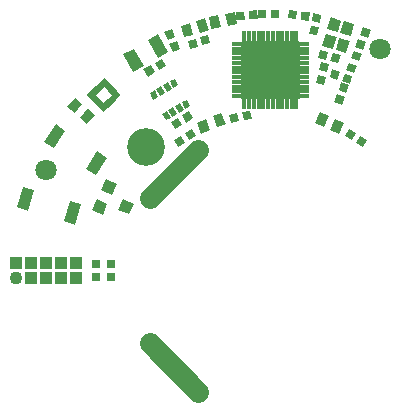
<source format=gts>
G04 #@! TF.FileFunction,Soldermask,Top*
%FSLAX46Y46*%
G04 Gerber Fmt 4.6, Leading zero omitted, Abs format (unit mm)*
G04 Created by KiCad (PCBNEW (2016-05-05 BZR 6775)-product) date 2016 June 06, Monday 00:12:01*
%MOMM*%
%LPD*%
G01*
G04 APERTURE LIST*
%ADD10C,0.020000*%
%ADD11C,3.200000*%
%ADD12R,0.700000X0.700000*%
%ADD13C,1.100000*%
%ADD14R,1.000000X1.000000*%
%ADD15C,1.800000*%
%ADD16R,1.680000X1.680000*%
%ADD17R,0.840000X0.410000*%
%ADD18R,0.410000X0.840000*%
%ADD19C,1.800000*%
%ADD20C,0.200000*%
G04 APERTURE END LIST*
D10*
D11*
X66750000Y-52250000D03*
D10*
G36*
X83554573Y-51303360D02*
X83935820Y-50716291D01*
X84522889Y-51097538D01*
X84141642Y-51684607D01*
X83554573Y-51303360D01*
X83554573Y-51303360D01*
G37*
G36*
X84477111Y-51902462D02*
X84858358Y-51315393D01*
X85445427Y-51696640D01*
X85064180Y-52283709D01*
X84477111Y-51902462D01*
X84477111Y-51902462D01*
G37*
G36*
X70577771Y-50726255D02*
X70948715Y-51319889D01*
X70355081Y-51690833D01*
X69984137Y-51097199D01*
X70577771Y-50726255D01*
X70577771Y-50726255D01*
G37*
G36*
X69644919Y-51309167D02*
X70015863Y-51902801D01*
X69422229Y-52273745D01*
X69051285Y-51680111D01*
X69644919Y-51309167D01*
X69644919Y-51309167D01*
G37*
G36*
X82264570Y-46331074D02*
X82503984Y-45673290D01*
X83161768Y-45912704D01*
X82922354Y-46570488D01*
X82264570Y-46331074D01*
X82264570Y-46331074D01*
G37*
G36*
X83298232Y-46707296D02*
X83537646Y-46049512D01*
X84195430Y-46288926D01*
X83956016Y-46946710D01*
X83298232Y-46707296D01*
X83298232Y-46707296D01*
G37*
G36*
X72255615Y-42270703D02*
X72064806Y-41289076D01*
X72850107Y-41136429D01*
X73040916Y-42118056D01*
X72255615Y-42270703D01*
X72255615Y-42270703D01*
G37*
G36*
X73629893Y-42003571D02*
X73439084Y-41021944D01*
X74224385Y-40869297D01*
X74415194Y-41850924D01*
X73629893Y-42003571D01*
X73629893Y-42003571D01*
G37*
G36*
X74373929Y-41557109D02*
X74312920Y-40859772D01*
X75010257Y-40798763D01*
X75071266Y-41496100D01*
X74373929Y-41557109D01*
X74373929Y-41557109D01*
G37*
G36*
X75469743Y-41461237D02*
X75408734Y-40763900D01*
X76106071Y-40702891D01*
X76167080Y-41400228D01*
X75469743Y-41461237D01*
X75469743Y-41461237D01*
G37*
G36*
X83265778Y-46784349D02*
X83919284Y-47035207D01*
X83668426Y-47688713D01*
X83014920Y-47437855D01*
X83265778Y-46784349D01*
X83265778Y-46784349D01*
G37*
G36*
X82871574Y-47811287D02*
X83525080Y-48062145D01*
X83274222Y-48715651D01*
X82620716Y-48464793D01*
X82871574Y-47811287D01*
X82871574Y-47811287D01*
G37*
G36*
X62384043Y-49524044D02*
X61741255Y-50290088D01*
X61128419Y-49775858D01*
X61771207Y-49009814D01*
X62384043Y-49524044D01*
X62384043Y-49524044D01*
G37*
G36*
X61311581Y-48624142D02*
X60668793Y-49390186D01*
X60055957Y-48875956D01*
X60698745Y-48109912D01*
X61311581Y-48624142D01*
X61311581Y-48624142D01*
G37*
G36*
X80859873Y-40931288D02*
X81548152Y-41058853D01*
X81420587Y-41747132D01*
X80732308Y-41619567D01*
X80859873Y-40931288D01*
X80859873Y-40931288D01*
G37*
G36*
X80659413Y-42012868D02*
X81347692Y-42140433D01*
X81220127Y-42828712D01*
X80531848Y-42701147D01*
X80659413Y-42012868D01*
X80659413Y-42012868D01*
G37*
G36*
X85094205Y-42094348D02*
X85745498Y-42350899D01*
X85488947Y-43002192D01*
X84837654Y-42745641D01*
X85094205Y-42094348D01*
X85094205Y-42094348D01*
G37*
G36*
X84691053Y-43117808D02*
X85342346Y-43374359D01*
X85085795Y-44025652D01*
X84434502Y-43769101D01*
X84691053Y-43117808D01*
X84691053Y-43117808D01*
G37*
G36*
X83189920Y-44494863D02*
X83008746Y-45171011D01*
X82332598Y-44989837D01*
X82513772Y-44313689D01*
X83189920Y-44494863D01*
X83189920Y-44494863D01*
G37*
G36*
X82127402Y-44210163D02*
X81946228Y-44886311D01*
X81270080Y-44705137D01*
X81451254Y-44028989D01*
X82127402Y-44210163D01*
X82127402Y-44210163D01*
G37*
G36*
X84314205Y-44114348D02*
X84965498Y-44370899D01*
X84708947Y-45022192D01*
X84057654Y-44765641D01*
X84314205Y-44114348D01*
X84314205Y-44114348D01*
G37*
G36*
X83911053Y-45137808D02*
X84562346Y-45394359D01*
X84305795Y-46045652D01*
X83654502Y-45789101D01*
X83911053Y-45137808D01*
X83911053Y-45137808D01*
G37*
G36*
X70441655Y-43967841D02*
X70236995Y-43298427D01*
X70906409Y-43093767D01*
X71111069Y-43763181D01*
X70441655Y-43967841D01*
X70441655Y-43967841D01*
G37*
G36*
X71493591Y-43646233D02*
X71288931Y-42976819D01*
X71958345Y-42772159D01*
X72163005Y-43441573D01*
X71493591Y-43646233D01*
X71493591Y-43646233D01*
G37*
G36*
X69934251Y-42989761D02*
X69641879Y-42033456D01*
X70406923Y-41799559D01*
X70699295Y-42755864D01*
X69934251Y-42989761D01*
X69934251Y-42989761D01*
G37*
G36*
X71273077Y-42580441D02*
X70980705Y-41624136D01*
X71745749Y-41390239D01*
X72038121Y-42346544D01*
X71273077Y-42580441D01*
X71273077Y-42580441D01*
G37*
G36*
X78708345Y-41384007D02*
X78781515Y-40687841D01*
X79477681Y-40761011D01*
X79404511Y-41457177D01*
X78708345Y-41384007D01*
X78708345Y-41384007D01*
G37*
G36*
X79802319Y-41498989D02*
X79875489Y-40802823D01*
X80571655Y-40875993D01*
X80498485Y-41572159D01*
X79802319Y-41498989D01*
X79802319Y-41498989D01*
G37*
G36*
X73922436Y-50239472D02*
X73776898Y-49554768D01*
X74461602Y-49409230D01*
X74607140Y-50093934D01*
X73922436Y-50239472D01*
X73922436Y-50239472D01*
G37*
G36*
X74998398Y-50010770D02*
X74852860Y-49326066D01*
X75537564Y-49180528D01*
X75683102Y-49865232D01*
X74998398Y-50010770D01*
X74998398Y-50010770D01*
G37*
D12*
X63750000Y-63300000D03*
X63750000Y-62200000D03*
X62500000Y-62200000D03*
X62500000Y-63300000D03*
D10*
G36*
X66845577Y-46303109D02*
X66495577Y-45696891D01*
X67101795Y-45346891D01*
X67451795Y-45953109D01*
X66845577Y-46303109D01*
X66845577Y-46303109D01*
G37*
G36*
X67798205Y-45753109D02*
X67448205Y-45146891D01*
X68054423Y-44796891D01*
X68404423Y-45403109D01*
X67798205Y-45753109D01*
X67798205Y-45753109D01*
G37*
G36*
X68266165Y-42568301D02*
X68910519Y-42294789D01*
X69184031Y-42939143D01*
X68539677Y-43212655D01*
X68266165Y-42568301D01*
X68266165Y-42568301D01*
G37*
G36*
X68695969Y-43580857D02*
X69340323Y-43307345D01*
X69613835Y-43951699D01*
X68969481Y-44225211D01*
X68695969Y-43580857D01*
X68695969Y-43580857D01*
G37*
G36*
X76206246Y-41385654D02*
X76194029Y-40685761D01*
X76893922Y-40673544D01*
X76906139Y-41373437D01*
X76206246Y-41385654D01*
X76206246Y-41385654D01*
G37*
G36*
X77306078Y-41366456D02*
X77293861Y-40666563D01*
X77993754Y-40654346D01*
X78005971Y-41354239D01*
X77306078Y-41366456D01*
X77306078Y-41366456D01*
G37*
G36*
X69145577Y-50753109D02*
X68795577Y-50146891D01*
X69401795Y-49796891D01*
X69751795Y-50403109D01*
X69145577Y-50753109D01*
X69145577Y-50753109D01*
G37*
G36*
X70098205Y-50203109D02*
X69748205Y-49596891D01*
X70354423Y-49246891D01*
X70704423Y-49853109D01*
X70098205Y-50203109D01*
X70098205Y-50203109D01*
G37*
G36*
X81755137Y-46999920D02*
X81078989Y-46818746D01*
X81260163Y-46142598D01*
X81936311Y-46323772D01*
X81755137Y-46999920D01*
X81755137Y-46999920D01*
G37*
G36*
X82039837Y-45937402D02*
X81363689Y-45756228D01*
X81544863Y-45080080D01*
X82221011Y-45261254D01*
X82039837Y-45937402D01*
X82039837Y-45937402D01*
G37*
G36*
X67765301Y-48004452D02*
X67340949Y-48249452D01*
X67020949Y-47695196D01*
X67445301Y-47450196D01*
X67765301Y-48004452D01*
X67765301Y-48004452D01*
G37*
G36*
X68328218Y-47679452D02*
X67903866Y-47924452D01*
X67583866Y-47370196D01*
X68008218Y-47125196D01*
X68328218Y-47679452D01*
X68328218Y-47679452D01*
G37*
G36*
X68891134Y-47354452D02*
X68466782Y-47599452D01*
X68146782Y-47045196D01*
X68571134Y-46800196D01*
X68891134Y-47354452D01*
X68891134Y-47354452D01*
G37*
G36*
X69454051Y-47029452D02*
X69029699Y-47274452D01*
X68709699Y-46720196D01*
X69134051Y-46475196D01*
X69454051Y-47029452D01*
X69454051Y-47029452D01*
G37*
G36*
X70479051Y-48804804D02*
X70054699Y-49049804D01*
X69734699Y-48495548D01*
X70159051Y-48250548D01*
X70479051Y-48804804D01*
X70479051Y-48804804D01*
G37*
G36*
X69916134Y-49129804D02*
X69491782Y-49374804D01*
X69171782Y-48820548D01*
X69596134Y-48575548D01*
X69916134Y-49129804D01*
X69916134Y-49129804D01*
G37*
G36*
X69353218Y-49454804D02*
X68928866Y-49699804D01*
X68608866Y-49145548D01*
X69033218Y-48900548D01*
X69353218Y-49454804D01*
X69353218Y-49454804D01*
G37*
G36*
X68790301Y-49779804D02*
X68365949Y-50024804D01*
X68045949Y-49470548D01*
X68470301Y-49225548D01*
X68790301Y-49779804D01*
X68790301Y-49779804D01*
G37*
G36*
X63308730Y-54974879D02*
X64222367Y-55381656D01*
X63815590Y-56295293D01*
X62901953Y-55888516D01*
X63308730Y-54974879D01*
X63308730Y-54974879D01*
G37*
G36*
X62535930Y-56710615D02*
X63449567Y-57117392D01*
X63042790Y-58031029D01*
X62129153Y-57624252D01*
X62535930Y-56710615D01*
X62535930Y-56710615D01*
G37*
G36*
X64748489Y-56655806D02*
X65662126Y-57062583D01*
X65255349Y-57976220D01*
X64341712Y-57569443D01*
X64748489Y-56655806D01*
X64748489Y-56655806D01*
G37*
D13*
X55710000Y-63385000D03*
D14*
X55710000Y-62115000D03*
X56980000Y-63385000D03*
X56980000Y-62115000D03*
X58250000Y-63385000D03*
X58250000Y-62115000D03*
X59520000Y-63385000D03*
X59520000Y-62115000D03*
X60790000Y-63385000D03*
X60790000Y-62115000D03*
D15*
X58250000Y-54250000D03*
X86500000Y-44000000D03*
D10*
G36*
X67747243Y-42733878D02*
X68597243Y-44206122D01*
X67731217Y-44706122D01*
X66881217Y-43233878D01*
X67747243Y-42733878D01*
X67747243Y-42733878D01*
G37*
G36*
X65668783Y-43933878D02*
X66518783Y-45406122D01*
X65652757Y-45906122D01*
X64802757Y-44433878D01*
X65668783Y-43933878D01*
X65668783Y-43933878D01*
G37*
D16*
X77250000Y-47270000D03*
X78770000Y-45750000D03*
X75730000Y-45750000D03*
X77250000Y-45750000D03*
X77250000Y-44230000D03*
D17*
X74390000Y-43550000D03*
X74390000Y-43950000D03*
X74390000Y-44350000D03*
X74390000Y-44750000D03*
X74390000Y-45150000D03*
X74390000Y-45550000D03*
X74390000Y-45950000D03*
X74390000Y-46350000D03*
X74390000Y-46750000D03*
X74390000Y-47150000D03*
X74390000Y-47550000D03*
X74390000Y-47950000D03*
D18*
X75050000Y-48610000D03*
X75450000Y-48610000D03*
X75850000Y-48610000D03*
X76250000Y-48610000D03*
X76650000Y-48610000D03*
X77050000Y-48610000D03*
X77450000Y-48610000D03*
X77850000Y-48610000D03*
X78250000Y-48610000D03*
X78650000Y-48610000D03*
X79050000Y-48610000D03*
X79450000Y-48610000D03*
D17*
X80110000Y-47950000D03*
X80110000Y-47550000D03*
X80110000Y-47150000D03*
X80110000Y-46750000D03*
X80110000Y-46350000D03*
X80110000Y-45950000D03*
X80110000Y-45550000D03*
X80110000Y-45150000D03*
X80110000Y-44750000D03*
X80110000Y-44350000D03*
X80110000Y-43950000D03*
X80110000Y-43550000D03*
D18*
X79450000Y-42890000D03*
X79050000Y-42890000D03*
X78650000Y-42890000D03*
X78250000Y-42890000D03*
X77850000Y-42890000D03*
X77450000Y-42890000D03*
X77050000Y-42890000D03*
X76650000Y-42890000D03*
X76250000Y-42890000D03*
X75850000Y-42890000D03*
X75450000Y-42890000D03*
X75050000Y-42890000D03*
D16*
X75730000Y-44230000D03*
X78770000Y-44230000D03*
X78770000Y-47270000D03*
X75730000Y-47270000D03*
D10*
G36*
X73105778Y-49364975D02*
X73480385Y-50292159D01*
X72738638Y-50591845D01*
X72364031Y-49664661D01*
X73105778Y-49364975D01*
X73105778Y-49364975D01*
G37*
G36*
X71761362Y-49908155D02*
X72135969Y-50835339D01*
X71394222Y-51135025D01*
X71019615Y-50207841D01*
X71761362Y-49908155D01*
X71761362Y-49908155D01*
G37*
G36*
X81019095Y-50227709D02*
X81441713Y-49321401D01*
X82166759Y-49659495D01*
X81744141Y-50565803D01*
X81019095Y-50227709D01*
X81019095Y-50227709D01*
G37*
G36*
X82333241Y-50840505D02*
X82755859Y-49934197D01*
X83480905Y-50272291D01*
X83058287Y-51178599D01*
X82333241Y-50840505D01*
X82333241Y-50840505D01*
G37*
G36*
X58079282Y-51838742D02*
X59059632Y-50329135D01*
X59898302Y-50873774D01*
X58917952Y-52383381D01*
X58079282Y-51838742D01*
X58079282Y-51838742D01*
G37*
G36*
X61601698Y-54126226D02*
X62582048Y-52616619D01*
X63420718Y-53161258D01*
X62440368Y-54670865D01*
X61601698Y-54126226D01*
X61601698Y-54126226D01*
G37*
G36*
X55751455Y-57374498D02*
X56262683Y-55648623D01*
X57221503Y-55932638D01*
X56710275Y-57658513D01*
X55751455Y-57374498D01*
X55751455Y-57374498D01*
G37*
G36*
X59778497Y-58567362D02*
X60289725Y-56841487D01*
X61248545Y-57125502D01*
X60737317Y-58851377D01*
X59778497Y-58567362D01*
X59778497Y-58567362D01*
G37*
G36*
X64250149Y-47497504D02*
X64601378Y-47874151D01*
X64206447Y-48242430D01*
X63855218Y-47865783D01*
X64250149Y-47497504D01*
X64250149Y-47497504D01*
G37*
G36*
X63909150Y-47131827D02*
X64260379Y-47508474D01*
X63865448Y-47876753D01*
X63514219Y-47500106D01*
X63909150Y-47131827D01*
X63909150Y-47131827D01*
G37*
G36*
X63568151Y-46766150D02*
X63919380Y-47142797D01*
X63524449Y-47511076D01*
X63173220Y-47134429D01*
X63568151Y-46766150D01*
X63568151Y-46766150D01*
G37*
G36*
X63227151Y-46400473D02*
X63578380Y-46777120D01*
X63183449Y-47145399D01*
X62832220Y-46768752D01*
X63227151Y-46400473D01*
X63227151Y-46400473D01*
G37*
G36*
X62448877Y-47109134D02*
X62825524Y-46757905D01*
X63193803Y-47152836D01*
X62817156Y-47504065D01*
X62448877Y-47109134D01*
X62448877Y-47109134D01*
G37*
G36*
X62083200Y-47450133D02*
X62459847Y-47098904D01*
X62828126Y-47493835D01*
X62451479Y-47845064D01*
X62083200Y-47450133D01*
X62083200Y-47450133D01*
G37*
G36*
X62093553Y-47457570D02*
X62444782Y-47834217D01*
X62049851Y-48202496D01*
X61698622Y-47825849D01*
X62093553Y-47457570D01*
X62093553Y-47457570D01*
G37*
G36*
X62434552Y-47823247D02*
X62785781Y-48199894D01*
X62390850Y-48568173D01*
X62039621Y-48191526D01*
X62434552Y-47823247D01*
X62434552Y-47823247D01*
G37*
G36*
X62775551Y-48188924D02*
X63126780Y-48565571D01*
X62731849Y-48933850D01*
X62380620Y-48557203D01*
X62775551Y-48188924D01*
X62775551Y-48188924D01*
G37*
G36*
X63116551Y-48554601D02*
X63467780Y-48931248D01*
X63072849Y-49299527D01*
X62721620Y-48922880D01*
X63116551Y-48554601D01*
X63116551Y-48554601D01*
G37*
G36*
X63106197Y-48547164D02*
X63482844Y-48195935D01*
X63851123Y-48590866D01*
X63474476Y-48942095D01*
X63106197Y-48547164D01*
X63106197Y-48547164D01*
G37*
G36*
X63471874Y-48206165D02*
X63848521Y-47854936D01*
X64216800Y-48249867D01*
X63840153Y-48601096D01*
X63471874Y-48206165D01*
X63471874Y-48206165D01*
G37*
D19*
X71125610Y-52524390D02*
X67024390Y-56625610D01*
X67024390Y-68874390D02*
X71125610Y-72975610D01*
D10*
G36*
X82569327Y-43964013D02*
X81656128Y-43702158D01*
X81945547Y-42692833D01*
X82858746Y-42954688D01*
X82569327Y-43964013D01*
X82569327Y-43964013D01*
G37*
G36*
X83674778Y-44280996D02*
X82761579Y-44019141D01*
X83050998Y-43009816D01*
X83964197Y-43271671D01*
X83674778Y-44280996D01*
X83674778Y-44280996D01*
G37*
G36*
X84074453Y-42887167D02*
X83161254Y-42625312D01*
X83450673Y-41615987D01*
X84363872Y-41877842D01*
X84074453Y-42887167D01*
X84074453Y-42887167D01*
G37*
G36*
X82969002Y-42570184D02*
X82055803Y-42308329D01*
X82345222Y-41299004D01*
X83258421Y-41560859D01*
X82969002Y-42570184D01*
X82969002Y-42570184D01*
G37*
D20*
G36*
X79650000Y-48150000D02*
X74850000Y-48150000D01*
X74850000Y-43350000D01*
X79650000Y-43350000D01*
X79650000Y-48150000D01*
X79650000Y-48150000D01*
G37*
X79650000Y-48150000D02*
X74850000Y-48150000D01*
X74850000Y-43350000D01*
X79650000Y-43350000D01*
X79650000Y-48150000D01*
M02*

</source>
